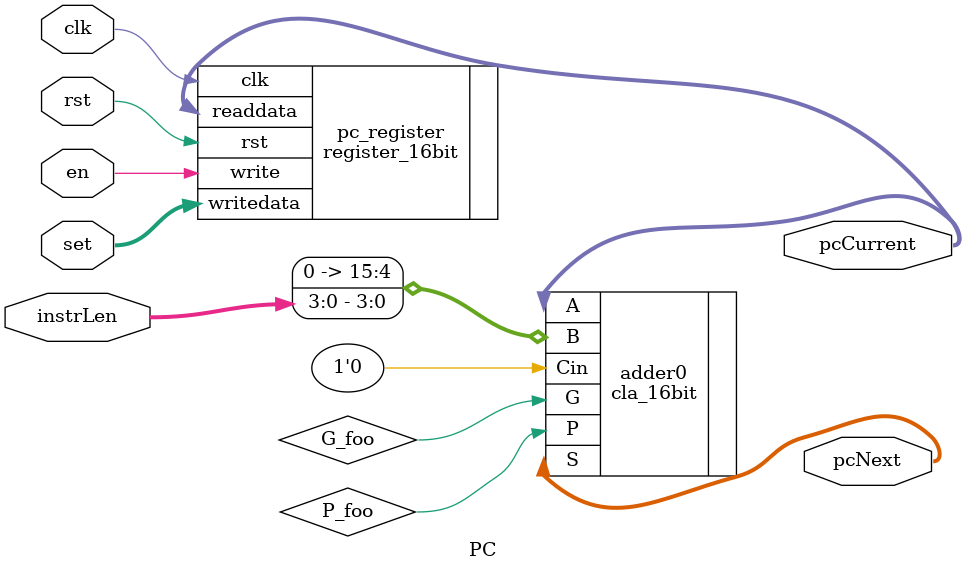
<source format=v>
module PC(
	output [15:0] pcCurrent,
	output [15:0] pcNext,
	input [3:0]	instrLen,
	input [15:0] set,
	input en,
	input clk,
	input rst
);

    wire G_foo, P_foo;
	//PC register 
	register_16bit pc_register(
       // Outputs
       .readdata(pcCurrent),
       // Inputs
       .clk(clk), .rst(rst), .writedata(set), .write(en)
    );

	cla_16bit adder0(	
		.S(pcNext),
		.G(G_foo),
        .P(P_foo),
        .A(pcCurrent),
        .B({12'b0, instrLen}),
        .Cin(1'b0)
    );

endmodule
</source>
